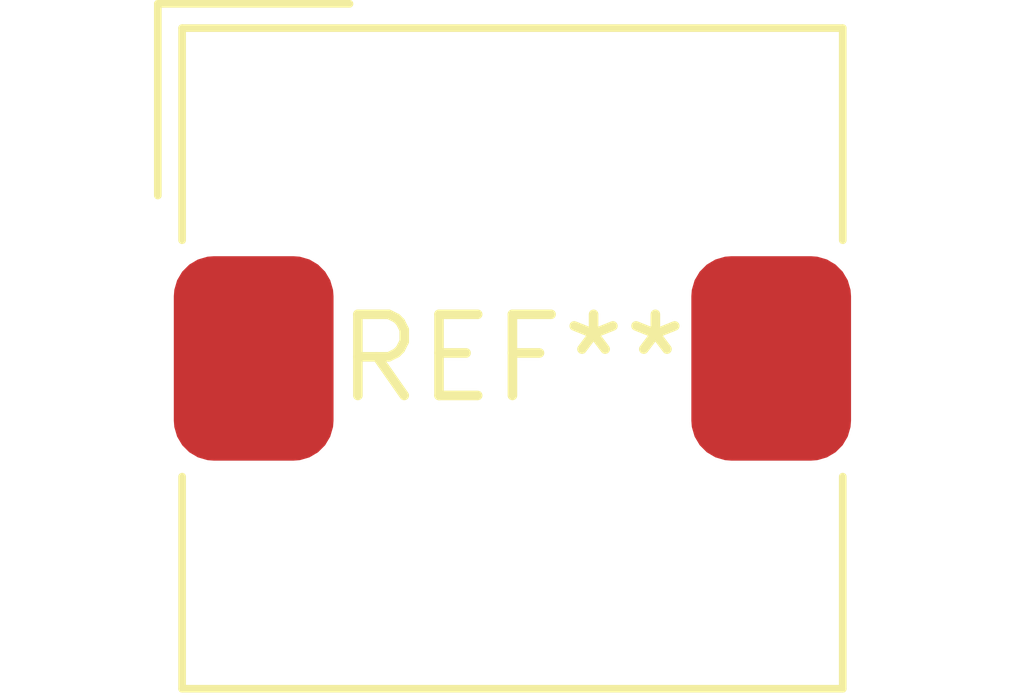
<source format=kicad_pcb>
(kicad_pcb (version 20240108) (generator pcbnew)
  (layers (0 "F.Cu" signal) (31 "B.Cu" signal) (34 "B.Paste" user) (35 "F.Paste" user) (36 "B.SilkS" user "B.Silkscreen") (37 "F.SilkS" user "F.Silkscreen") (38 "B.Mask" user) (39 "F.Mask" user) (44 "Edge.Cuts" user))
  (net 0 "")
  (footprint "L_TDK_SLF10165" (layer "F.Cu") (at 0 0)
    (property "Reference" "REF**")
    (property "Value" "L_TDK_SLF10165")
    (fp_line (start -5.55 -5.55) (end -2.55 -5.55) (layer "F.SilkS") (stroke (width 0.12)))
    (fp_line (start -5.55 -2.55) (end -5.55 -5.55) (layer "F.SilkS") (stroke (width 0.12)))
    (fp_line (start -5.17 -5.17) (end -5.17 -1.85) (layer "F.SilkS") (stroke (width 0.12)))
    (fp_line (start -5.17 -5.17) (end 5.17 -5.17) (layer "F.SilkS") (stroke (width 0.12)))
    (fp_line (start -5.17 1.85) (end -5.17 5.17) (layer "F.SilkS") (stroke (width 0.12)))
    (fp_line (start -5.17 5.17) (end 5.17 5.17) (layer "F.SilkS") (stroke (width 0.12)))
    (fp_line (start 5.17 -5.17) (end 5.17 -1.85) (layer "F.SilkS") (stroke (width 0.12)))
    (fp_line (start 5.17 1.85) (end 5.17 5.17) (layer "F.SilkS") (stroke (width 0.12)))
    (pad "1" smd roundrect (at -4.05 0) (size 2.5 3.2) (layers "F.Cu" "F.Paste" "F.Mask"))
    (pad "2" smd roundrect (at 4.05 0) (size 2.5 3.2) (layers "F.Cu" "F.Paste" "F.Mask"))
  )
)
</source>
